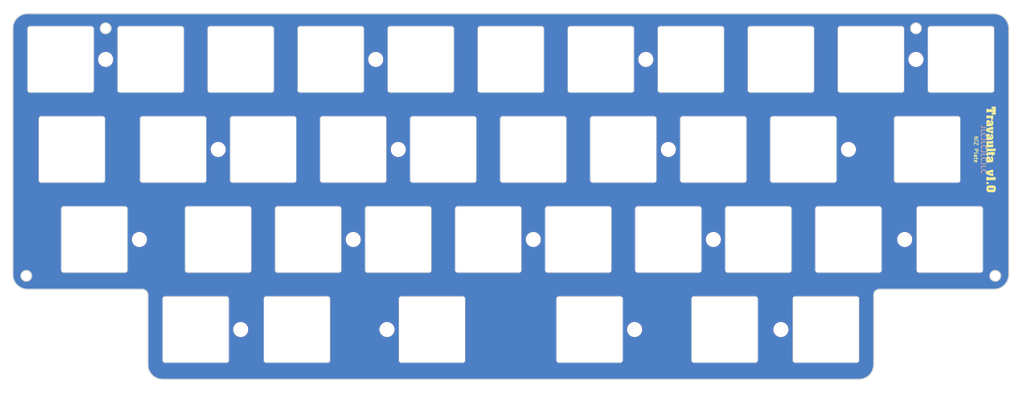
<source format=kicad_pcb>
(kicad_pcb (version 20221018) (generator pcbnew)
  (layers (0 "F.Cu" signal) (31 "B.Cu" signal) (34 "B.Paste" user) (35 "F.Paste" user) (36 "B.SilkS" user "B.Silkscreen") (37 "F.SilkS" user "F.Silkscreen") (38 "B.Mask" user) (39 "F.Mask" user) (44 "Edge.Cuts" user))
  (net 0 "")
  (footprint "cipulot_parts:plate_cut_ecs_pad_NIZ" (layer "F.Cu") (at 192.0875 76.2)
    (fp_text reference "REF**")
    (fp_text value "Value " hide)
    (fp_line (start -7 -6.5) (end -7 6.5) (stroke (width 0.1)) (layer "Edge.Cuts"))
    (fp_line (start -6.5 -7) (end 6.5 -7) (stroke (width 0.1)) (layer "Edge.Cuts"))
    (fp_line (start -6.5 7) (end 6.5 7) (stroke (width 0.1)) (layer "Edge.Cuts"))
    (fp_line (start 7 -6.5) (end 7 6.5) (stroke (width 0.1)) (layer "Edge.Cuts"))
    (fp_arc (start -7 -6.5) (mid -6.853553 -6.853553) (end -6.5 -7) (stroke (width 0.1)) (layer "Edge.Cuts"))
    (fp_arc (start -6.5 7) (mid -6.853526 6.853526) (end -7 6.5) (stroke (width 0.1)) (layer "Edge.Cuts"))
    (fp_arc (start 6.5 -7) (mid 6.853524 -6.853524) (end 7 -6.5) (stroke (width 0.1)) (layer "Edge.Cuts"))
    (fp_arc (start 7 6.5) (mid 6.853553 6.853553) (end 6.5 7) (stroke (width 0.1)) (layer "Edge.Cuts"))
  )
  (footprint "cipulot_parts:plate_cut_ecs_pad_NIZ" (layer "F.Cu") (at 125.4125 95.25)
    (fp_text reference "REF**")
    (fp_text value "Value " hide)
    (fp_line (start -7 -6.5) (end -7 6.5) (stroke (width 0.1)) (layer "Edge.Cuts"))
    (fp_line (start -6.5 -7) (end 6.5 -7) (stroke (width 0.1)) (layer "Edge.Cuts"))
    (fp_line (start -6.5 7) (end 6.5 7) (stroke (width 0.1)) (layer "Edge.Cuts"))
    (fp_line (start 7 -6.5) (end 7 6.5) (stroke (width 0.1)) (layer "Edge.Cuts"))
    (fp_arc (start -7 -6.5) (mid -6.853553 -6.853553) (end -6.5 -7) (stroke (width 0.1)) (layer "Edge.Cuts"))
    (fp_arc (start -6.5 7) (mid -6.853526 6.853526) (end -7 6.5) (stroke (width 0.1)) (layer "Edge.Cuts"))
    (fp_arc (start 6.5 -7) (mid 6.853524 -6.853524) (end 7 -6.5) (stroke (width 0.1)) (layer "Edge.Cuts"))
    (fp_arc (start 7 6.5) (mid 6.853553 6.853553) (end 6.5 7) (stroke (width 0.1)) (layer "Edge.Cuts"))
  )
  (footprint "cipulot_parts:HOLE_M2" (layer "F.Cu") (at 115.8875 95.25)
    (fp_text reference "H5" hide)
    (fp_text value "MountingHole" hide)
    (pad "" np_thru_hole circle (at 0 0) (size 2.2 2.2) (drill 2.2) (layers "*.Cu" "*.Mask" "F.SilkS") (clearance 0.5))
  )
  (footprint "cipulot_parts:plate_cut_ecs_pad_NIZ" (layer "F.Cu") (at 187.325 57.15)
    (fp_text reference "REF**")
    (fp_text value "Value " hide)
    (fp_line (start -7 -6.5) (end -7 6.5) (stroke (width 0.1)) (layer "Edge.Cuts"))
    (fp_line (start -6.5 -7) (end 6.5 -7) (stroke (width 0.1)) (layer "Edge.Cuts"))
    (fp_line (start -6.5 7) (end 6.5 7) (stroke (width 0.1)) (layer "Edge.Cuts"))
    (fp_line (start 7 -6.5) (end 7 6.5) (stroke (width 0.1)) (layer "Edge.Cuts"))
    (fp_arc (start -7 -6.5) (mid -6.853553 -6.853553) (end -6.5 -7) (stroke (width 0.1)) (layer "Edge.Cuts"))
    (fp_arc (start -6.5 7) (mid -6.853526 6.853526) (end -7 6.5) (stroke (width 0.1)) (layer "Edge.Cuts"))
    (fp_arc (start 6.5 -7) (mid 6.853524 -6.853524) (end 7 -6.5) (stroke (width 0.1)) (layer "Edge.Cuts"))
    (fp_arc (start 7 6.5) (mid 6.853553 6.853553) (end 6.5 7) (stroke (width 0.1)) (layer "Edge.Cuts"))
  )
  (footprint "cipulot_parts:HOLE_M2" (layer "F.Cu") (at 220.6625 76.2)
    (fp_text reference "H8" hide)
    (fp_text value "MountingHole" hide)
    (pad "" np_thru_hole circle (at 0 0) (size 2.2 2.2) (drill 2.2) (layers "F&B.Cu" "*.Mask" "F.SilkS") (clearance 0.5))
  )
  (footprint "cipulot_parts:HOLE_M2" (layer "F.Cu") (at 120.65 57.15)
    (fp_text reference "H2" hide)
    (fp_text value "MountingHole" hide)
    (pad "" np_thru_hole circle (at 0 0) (size 2.2 2.2) (drill 2.2) (layers "F&B.Cu" "*.Mask" "F.SilkS") (clearance 0.5))
  )
  (footprint "cipulot_parts:plate_cut_ecs_pad_NIZ" (layer "F.Cu") (at 134.9375 76.2)
    (fp_text reference "REF**")
    (fp_text value "Value " hide)
    (fp_line (start -7 -6.5) (end -7 6.5) (stroke (width 0.1)) (layer "Edge.Cuts"))
    (fp_line (start -6.5 -7) (end 6.5 -7) (stroke (width 0.1)) (layer "Edge.Cuts"))
    (fp_line (start -6.5 7) (end 6.5 7) (stroke (width 0.1)) (layer "Edge.Cuts"))
    (fp_line (start 7 -6.5) (end 7 6.5) (stroke (width 0.1)) (layer "Edge.Cuts"))
    (fp_arc (start -7 -6.5) (mid -6.853553 -6.853553) (end -6.5 -7) (stroke (width 0.1)) (layer "Edge.Cuts"))
    (fp_arc (start -6.5 7) (mid -6.853526 6.853526) (end -7 6.5) (stroke (width 0.1)) (layer "Edge.Cuts"))
    (fp_arc (start 6.5 -7) (mid 6.853524 -6.853524) (end 7 -6.5) (stroke (width 0.1)) (layer "Edge.Cuts"))
    (fp_arc (start 7 6.5) (mid 6.853553 6.853553) (end 6.5 7) (stroke (width 0.1)) (layer "Edge.Cuts"))
  )
  (footprint "cipulot_parts:plate_cut_ecs_pad_NIZ" (layer "F.Cu") (at 96.8375 76.2)
    (fp_text reference "REF**")
    (fp_text value "Value " hide)
    (fp_line (start -7 -6.5) (end -7 6.5) (stroke (width 0.1)) (layer "Edge.Cuts"))
    (fp_line (start -6.5 -7) (end 6.5 -7) (stroke (width 0.1)) (layer "Edge.Cuts"))
    (fp_line (start -6.5 7) (end 6.5 7) (stroke (width 0.1)) (layer "Edge.Cuts"))
    (fp_line (start 7 -6.5) (end 7 6.5) (stroke (width 0.1)) (layer "Edge.Cuts"))
    (fp_arc (start -7 -6.5) (mid -6.853553 -6.853553) (end -6.5 -7) (stroke (width 0.1)) (layer "Edge.Cuts"))
    (fp_arc (start -6.5 7) (mid -6.853526 6.853526) (end -7 6.5) (stroke (width 0.1)) (layer "Edge.Cuts"))
    (fp_arc (start 6.5 -7) (mid 6.853524 -6.853524) (end 7 -6.5) (stroke (width 0.1)) (layer "Edge.Cuts"))
    (fp_arc (start 7 6.5) (mid 6.853553 6.853553) (end 6.5 7) (stroke (width 0.1)) (layer "Edge.Cuts"))
  )
  (footprint "cipulot_parts:plate_cut_ecs_pad_NIZ" (layer "F.Cu") (at 115.8875 76.2)
    (fp_text reference "REF**")
    (fp_text value "Value " hide)
    (fp_line (start -7 -6.5) (end -7 6.5) (stroke (width 0.1)) (layer "Edge.Cuts"))
    (fp_line (start -6.5 -7) (end 6.5 -7) (stroke (width 0.1)) (layer "Edge.Cuts"))
    (fp_line (start -6.5 7) (end 6.5 7) (stroke (width 0.1)) (layer "Edge.Cuts"))
    (fp_line (start 7 -6.5) (end 7 6.5) (stroke (width 0.1)) (layer "Edge.Cuts"))
    (fp_arc (start -7 -6.5) (mid -6.853553 -6.853553) (end -6.5 -7) (stroke (width 0.1)) (layer "Edge.Cuts"))
    (fp_arc (start -6.5 7) (mid -6.853526 6.853526) (end -7 6.5) (stroke (width 0.1)) (layer "Edge.Cuts"))
    (fp_arc (start 6.5 -7) (mid 6.853524 -6.853524) (end 7 -6.5) (stroke (width 0.1)) (layer "Edge.Cuts"))
    (fp_arc (start 7 6.5) (mid 6.853553 6.853553) (end 6.5 7) (stroke (width 0.1)) (layer "Edge.Cuts"))
  )
  (footprint "cipulot_parts:HOLE_M2" (layer "F.Cu") (at 232.56875 95.25)
    (fp_text reference "H13" hide)
    (fp_text value "MountingHole" hide)
    (pad "" np_thru_hole circle (at 0 0) (size 2.2 2.2) (drill 2.2) (layers "F&B.Cu" "*.Mask" "F.SilkS") (clearance 0.5))
  )
  (footprint "" (layer "F.Cu") (at 175.41875 114.3)
    (fp_text reference "" (at 0 0) (layer "F.SilkS") (effects (font (size 1.27 1.27))))
    (fp_text value "" (at 0 0) (layer "F.SilkS") (effects (font (size 1.27 1.27))))
    (pad "" np_thru_hole circle (at 0 0) (size 2.2 2.2) (drill 2.2) (layers "*.Cu" "*.Mask" "F.SilkS") (clearance 0.5))
  )
  (footprint "cipulot_parts:HOLE_M2" (layer "F.Cu") (at 115.8875 95.25)
    (fp_text reference "H10" hide)
    (fp_text value "MountingHole" hide)
    (pad "" np_thru_hole circle (at 0 0) (size 2.2 2.2) (drill 2.2) (layers "F&B.Cu" "*.Mask" "F.SilkS") (clearance 0.5))
  )
  (footprint "" (layer "F.Cu") (at 70.64375 95.25)
    (fp_text reference "" (at 0 0) (layer "F.SilkS") (effects (font (size 1.27 1.27))))
    (fp_text value "" (at 0 0) (layer "F.SilkS") (effects (font (size 1.27 1.27))))
    (pad "" np_thru_hole circle (at 0 0) (size 2.2 2.2) (drill 2.2) (layers "*.Cu" "*.Mask" "F.SilkS") (clearance 0.5))
  )
  (footprint "cipulot_parts:plate_cut_ecs_pad_NIZ" (layer "F.Cu") (at 194.47 114.3)
    (fp_text reference "REF**")
    (fp_text value "Value " hide)
    (fp_line (start -7 -6.5) (end -7 6.5) (stroke (width 0.1)) (layer "Edge.Cuts"))
    (fp_line (start -6.5 -7) (end 6.5 -7) (stroke (width 0.1)) (layer "Edge.Cuts"))
    (fp_line (start -6.5 7) (end 6.5 7) (stroke (width 0.1)) (layer "Edge.Cuts"))
    (fp_line (start 7 -6.5) (end 7 6.5) (stroke (width 0.1)) (layer "Edge.Cuts"))
    (fp_arc (start -7 -6.5) (mid -6.853553 -6.853553) (end -6.5 -7) (stroke (width 0.1)) (layer "Edge.Cuts"))
    (fp_arc (start -6.5 7) (mid -6.853526 6.853526) (end -7 6.5) (stroke (width 0.1)) (layer "Edge.Cuts"))
    (fp_arc (start 6.5 -7) (mid 6.853524 -6.853524) (end 7 -6.5) (stroke (width 0.1)) (layer "Edge.Cuts"))
    (fp_arc (start 7 6.5) (mid 6.853553 6.853553) (end 6.5 7) (stroke (width 0.1)) (layer "Edge.Cuts"))
  )
  (footprint "cipulot_parts:plate_cut_ecs_pad_NIZ" (layer "F.Cu") (at 165.892 114.3)
    (fp_text reference "REF**" hide)
    (fp_text value "Value " hide)
    (fp_line (start -7 -6.5) (end -7 6.5) (stroke (width 0.1)) (layer "Edge.Cuts"))
    (fp_line (start -6.5 -7) (end 6.5 -7) (stroke (width 0.1)) (layer "Edge.Cuts"))
    (fp_line (start -6.5 7) (end 6.5 7) (stroke (width 0.1)) (layer "Edge.Cuts"))
    (fp_line (start 7 -6.5) (end 7 6.5) (stroke (width 0.1)) (layer "Edge.Cuts"))
    (fp_arc (start -7 -6.5) (mid -6.853553 -6.853553) (end -6.5 -7) (stroke (width 0.1)) (layer "Edge.Cuts"))
    (fp_arc (start -6.5 7) (mid -6.853526 6.853526) (end -7 6.5) (stroke (width 0.1)) (layer "Edge.Cuts"))
    (fp_arc (start 6.5 -7) (mid 6.853524 -6.853524) (end 7 -6.5) (stroke (width 0.1)) (layer "Edge.Cuts"))
    (fp_arc (start 7 6.5) (mid 6.853553 6.853553) (end 6.5 7) (stroke (width 0.1)) (layer "Edge.Cuts"))
  )
  (footprint "cipulot_parts:HOLE_M2" (layer "F.Cu") (at 206.375 114.3)
    (fp_text reference "H17" hide)
    (fp_text value "MountingHole" hide)
    (pad "" np_thru_hole circle (at 0 0) (size 2.2 2.2) (drill 2.2) (layers "F&B.Cu" "*.Mask" "F.SilkS") (clearance 0.5))
  )
  (footprint "cipulot_parts:plate_cut_ecs_pad_NIZ" (layer "F.Cu") (at 77.7875 76.2)
    (fp_text reference "REF**")
    (fp_text value "Value " hide)
    (fp_line (start -7 -6.5) (end -7 6.5) (stroke (width 0.1)) (layer "Edge.Cuts"))
    (fp_line (start -6.5 -7) (end 6.5 -7) (stroke (width 0.1)) (layer "Edge.Cuts"))
    (fp_line (start -6.5 7) (end 6.5 7) (stroke (width 0.1)) (layer "Edge.Cuts"))
    (fp_line (start 7 -6.5) (end 7 6.5) (stroke (width 0.1)) (layer "Edge.Cuts"))
    (fp_arc (start -7 -6.5) (mid -6.853553 -6.853553) (end -6.5 -7) (stroke (width 0.1)) (layer "Edge.Cuts"))
    (fp_arc (start -6.5 7) (mid -6.853526 6.853526) (end -7 6.5) (stroke (width 0.1)) (layer "Edge.Cuts"))
    (fp_arc (start 6.5 -7) (mid 6.853524 -6.853524) (end 7 -6.5) (stroke (width 0.1)) (layer "Edge.Cuts"))
    (fp_arc (start 7 6.5) (mid 6.853553 6.853553) (end 6.5 7) (stroke (width 0.1)) (layer "Edge.Cuts"))
  )
  (footprint "cipulot_parts:HOLE_M2" (layer "F.Cu") (at 182.5625 76.2)
    (fp_text reference "H7" hide)
    (fp_text value "MountingHole" hide)
    (pad "" np_thru_hole circle (at 0 0) (size 2.2 2.2) (drill 2.2) (layers "F&B.Cu" "*.Mask" "F.SilkS") (clearance 0.5))
  )
  (footprint "" (layer "F.Cu") (at 92.075 114.3)
    (fp_text reference "" (at 0 0) (layer "F.SilkS") (effects (font (size 1.27 1.27))))
    (fp_text value "" (at 0 0) (layer "F.SilkS") (effects (font (size 1.27 1.27))))
    (pad "" np_thru_hole circle (at 0 0) (size 2.2 2.2) (drill 2.2) (layers "*.Cu" "*.Mask" "F.SilkS") (clearance 0.5))
  )
  (footprint "" (layer "F.Cu") (at 206.375 114.3)
    (fp_text reference "" (at 0 0) (layer "F.SilkS") (effects (font (size 1.27 1.27))))
    (fp_text value "" (at 0 0) (layer "F.SilkS") (effects (font (size 1.27 1.27))))
    (pad "" np_thru_hole circle (at 0 0) (size 2.2 2.2) (drill 2.2) (layers "*.Cu" "*.Mask" "F.SilkS") (clearance 0.5))
  )
  (footprint "cipulot_parts:HOLE_M2" (layer "F.Cu") (at 192.0875 95.25)
    (fp_text reference "H12" hide)
    (fp_text value "MountingHole" hide)
    (pad "" np_thru_hole circle (at 0 0) (size 2.2 2.2) (drill 2.2) (layers "F&B.Cu" "*.Mask" "F.SilkS") (clearance 0.5))
  )
  (footprint "cipulot_parts:plate_cut_ecs_pad_NIZ" (layer "F.Cu") (at 132.555 114.3)
    (fp_text reference "REF**")
    (fp_text value "Value " hide)
    (fp_line (start -7 -6.5) (end -7 6.5) (stroke (width 0.1)) (layer "Edge.Cuts"))
    (fp_line (start -6.5 -7) (end 6.5 -7) (stroke (width 0.1)) (layer "Edge.Cuts"))
    (fp_line (start -6.5 7) (end 6.5 7) (stroke (width 0.1)) (layer "Edge.Cuts"))
    (fp_line (start 7 -6.5) (end 7 6.5) (stroke (width 0.1)) (layer "Edge.Cuts"))
    (fp_arc (start -7 -6.5) (mid -6.853553 -6.853553) (end -6.5 -7) (stroke (width 0.1)) (layer "Edge.Cuts"))
    (fp_arc (start -6.5 7) (mid -6.853526 6.853526) (end -7 6.5) (stroke (width 0.1)) (layer "Edge.Cuts"))
    (fp_arc (start 6.5 -7) (mid 6.853524 -6.853524) (end 7 -6.5) (stroke (width 0.1)) (layer "Edge.Cuts"))
    (fp_arc (start 7 6.5) (mid 6.853553 6.853553) (end 6.5 7) (stroke (width 0.1)) (layer "Edge.Cuts"))
  )
  (footprint "cipulot_parts:plate_cut_ecs_pad_NIZ" (layer "F.Cu") (at 163.5125 95.25)
    (fp_text reference "REF**")
    (fp_text value "Value " hide)
    (fp_line (start -7 -6.5) (end -7 6.5) (stroke (width 0.1)) (layer "Edge.Cuts"))
    (fp_line (start -6.5 -7) (end 6.5 -7) (stroke (width 0.1)) (layer "Edge.Cuts"))
    (fp_line (start -6.5 7) (end 6.5 7) (stroke (width 0.1)) (layer "Edge.Cuts"))
    (fp_line (start 7 -6.5) (end 7 6.5) (stroke (width 0.1)) (layer "Edge.Cuts"))
    (fp_arc (start -7 -6.5) (mid -6.853553 -6.853553) (end -6.5 -7) (stroke (width 0.1)) (layer "Edge.Cuts"))
    (fp_arc (start -6.5 7) (mid -6.853526 6.853526) (end -7 6.5) (stroke (width 0.1)) (layer "Edge.Cuts"))
    (fp_arc (start 6.5 -7) (mid 6.853524 -6.853524) (end 7 -6.5) (stroke (width 0.1)) (layer "Edge.Cuts"))
    (fp_arc (start 7 6.5) (mid 6.853553 6.853553) (end 6.5 7) (stroke (width 0.1)) (layer "Edge.Cuts"))
  )
  (footprint "cipulot_parts:plate_cut_ecs_pad_NIZ" (layer "F.Cu") (at 82.55 114.3)
    (fp_text reference "REF**")
    (fp_text value "Value " hide)
    (fp_line (start -7 -6.5) (end -7 6.5) (stroke (width 0.1)) (layer "Edge.Cuts"))
    (fp_line (start -6.5 -7) (end 6.5 -7) (stroke (width 0.1)) (layer "Edge.Cuts"))
    (fp_line (start -6.5 7) (end 6.5 7) (stroke (width 0.1)) (layer "Edge.Cuts"))
    (fp_line (start 7 -6.5) (end 7 6.5) (stroke (width 0.1)) (layer "Edge.Cuts"))
    (fp_arc (start -7 -6.5) (mid -6.853553 -6.853553) (end -6.5 -7) (stroke (width 0.1)) (layer "Edge.Cuts"))
    (fp_arc (start -6.5 7) (mid -6.853526 6.853526) (end -7 6.5) (stroke (width 0.1)) (layer "Edge.Cuts"))
    (fp_arc (start 6.5 -7) (mid 6.853524 -6.853524) (end 7 -6.5) (stroke (width 0.1)) (layer "Edge.Cuts"))
    (fp_arc (start 7 6.5) (mid 6.853553 6.853553) (end 6.5 7) (stroke (width 0.1)) (layer "Edge.Cuts"))
  )
  (footprint "cipulot_parts:plate_cut_ecs_pad_NIZ" (layer "F.Cu") (at 153.9875 76.2)
    (fp_text reference "REF**")
    (fp_text value "Value " hide)
    (fp_line (start -7 -6.5) (end -7 6.5) (stroke (width 0.1)) (layer "Edge.Cuts"))
    (fp_line (start -6.5 -7) (end 6.5 -7) (stroke (width 0.1)) (layer "Edge.Cuts"))
    (fp_line (start -6.5 7) (end 6.5 7) (stroke (width 0.1)) (layer "Edge.Cuts"))
    (fp_line (start 7 -6.5) (end 7 6.5) (stroke (width 0.1)) (layer "Edge.Cuts"))
    (fp_arc (start -7 -6.5) (mid -6.853553 -6.853553) (end -6.5 -7) (stroke (width 0.1)) (layer "Edge.Cuts"))
    (fp_arc (start -6.5 7) (mid -6.853526 6.853526) (end -7 6.5) (stroke (width 0.1)) (layer "Edge.Cuts"))
    (fp_arc (start 6.5 -7) (mid 6.853524 -6.853524) (end 7 -6.5) (stroke (width 0.1)) (layer "Edge.Cuts"))
    (fp_arc (start 7 6.5) (mid 6.853553 6.853553) (end 6.5 7) (stroke (width 0.1)) (layer "Edge.Cuts"))
  )
  (footprint "cipulot_parts:HOLE_M2" (layer "F.Cu") (at 234.95 57.15)
    (fp_text reference "H4" hide)
    (fp_text value "MountingHole" hide)
    (pad "" np_thru_hole circle (at 0 0) (size 2.2 2.2) (drill 2.2) (layers "F&B.Cu" "*.Mask" "F.SilkS") (clearance 0.5))
  )
  (footprint "cipulot_parts:plate_cut_ecs_pad_NIZ" (layer "F.Cu") (at 225.425 57.15)
    (fp_text reference "REF**")
    (fp_text value "Value " hide)
    (fp_line (start -7 -6.5) (end -7 6.5) (stroke (width 0.1)) (layer "Edge.Cuts"))
    (fp_line (start -6.5 -7) (end 6.5 -7) (stroke (width 0.1)) (layer "Edge.Cuts"))
    (fp_line (start -6.5 7) (end 6.5 7) (stroke (width 0.1)) (layer "Edge.Cuts"))
    (fp_line (start 7 -6.5) (end 7 6.5) (stroke (width 0.1)) (layer "Edge.Cuts"))
    (fp_arc (start -7 -6.5) (mid -6.853553 -6.853553) (end -6.5 -7) (stroke (width 0.1)) (layer "Edge.Cuts"))
    (fp_arc (start -6.5 7) (mid -6.853526 6.853526) (end -7 6.5) (stroke (width 0.1)) (layer "Edge.Cuts"))
    (fp_arc (start 6.5 -7) (mid 6.853524 -6.853524) (end 7 -6.5) (stroke (width 0.1)) (layer "Edge.Cuts"))
    (fp_arc (start 7 6.5) (mid 6.853553 6.853553) (end 6.5 7) (stroke (width 0.1)) (layer "Edge.Cuts"))
  )
  (footprint "cipulot_parts:plate_cut_ecs_pad_NIZ" (layer "F.Cu") (at 61.12 95.25)
    (fp_text reference "REF**")
    (fp_text value "Value " hide)
    (fp_line (start -7 -6.5) (end -7 6.5) (stroke (width 0.1)) (layer "Edge.Cuts"))
    (fp_line (start -6.5 -7) (end 6.5 -7) (stroke (width 0.1)) (layer "Edge.Cuts"))
    (fp_line (start -6.5 7) (end 6.5 7) (stroke (width 0.1)) (layer "Edge.Cuts"))
    (fp_line (start 7 -6.5) (end 7 6.5) (stroke (width 0.1)) (layer "Edge.Cuts"))
    (fp_arc (start -7 -6.5) (mid -6.853553 -6.853553) (end -6.5 -7) (stroke (width 0.1)) (layer "Edge.Cuts"))
    (fp_arc (start -6.5 7) (mid -6.853526 6.853526) (end -7 6.5) (stroke (width 0.1)) (layer "Edge.Cuts"))
    (fp_arc (start 6.5 -7) (mid 6.853524 -6.853524) (end 7 -6.5) (stroke (width 0.1)) (layer "Edge.Cuts"))
    (fp_arc (start 7 6.5) (mid 6.853553 6.853553) (end 6.5 7) (stroke (width 0.1)) (layer "Edge.Cuts"))
  )
  (footprint "cipulot_parts:plate_cut_ecs_pad_NIZ" (layer "F.Cu") (at 168.275 57.15)
    (fp_text reference "REF**")
    (fp_text value "Value " hide)
    (fp_line (start -7 -6.5) (end -7 6.5) (stroke (width 0.1)) (layer "Edge.Cuts"))
    (fp_line (start -6.5 -7) (end 6.5 -7) (stroke (width 0.1)) (layer "Edge.Cuts"))
    (fp_line (start -6.5 7) (end 6.5 7) (stroke (width 0.1)) (layer "Edge.Cuts"))
    (fp_line (start 7 -6.5) (end 7 6.5) (stroke (width 0.1)) (layer "Edge.Cuts"))
    (fp_arc (start -7 -6.5) (mid -6.853553 -6.853553) (end -6.5 -7) (stroke (width 0.1)) (layer "Edge.Cuts"))
    (fp_arc (start -6.5 7) (mid -6.853526 6.853526) (end -7 6.5) (stroke (width 0.1)) (layer "Edge.Cuts"))
    (fp_arc (start 6.5 -7) (mid 6.853524 -6.853524) (end 7 -6.5) (stroke (width 0.1)) (layer "Edge.Cuts"))
    (fp_arc (start 7 6.5) (mid 6.853553 6.853553) (end 6.5 7) (stroke (width 0.1)) (layer "Edge.Cuts"))
  )
  (footprint "cipulot_parts:HOLE_M2" (layer "F.Cu") (at 87.3125 76.2)
    (fp_text reference "H5" hide)
    (fp_text value "MountingHole" hide)
    (pad "" np_thru_hole circle (at 0 0) (size 2.2 2.2) (drill 2.2) (layers "F&B.Cu" "*.Mask" "F.SilkS") (clearance 0.5))
  )
  (footprint "" (layer "F.Cu") (at 177.8 57.15)
    (fp_text reference "" (at 0 0) (layer "F.SilkS") (effects (font (size 1.27 1.27))))
    (fp_text value "" (at 0 0) (layer "F.SilkS") (effects (font (size 1.27 1.27))))
    (pad "" np_thru_hole circle (at 0 0) (size 2.2 2.2) (drill 2.2) (layers "*.Cu" "*.Mask" "F.SilkS") (clearance 0.5))
  )
  (footprint "cipulot_parts:plate_cut_ecs_pad_NIZ" (layer "F.Cu") (at 201.6125 95.25)
    (fp_text reference "REF**")
    (fp_text value "Value " hide)
    (fp_line (start -7 -6.5) (end -7 6.5) (stroke (width 0.1)) (layer "Edge.Cuts"))
    (fp_line (start -6.5 -7) (end 6.5 -7) (stroke (width 0.1)) (layer "Edge.Cuts"))
    (fp_line (start -6.5 7) (end 6.5 7) (stroke (width 0.1)) (layer "Edge.Cuts"))
    (fp_line (start 7 -6.5) (end 7 6.5) (stroke (width 0.1)) (layer "Edge.Cuts"))
    (fp_arc (start -7 -6.5) (mid -6.853553 -6.853553) (end -6.5 -7) (stroke (width 0.1)) (layer "Edge.Cuts"))
    (fp_arc (start -6.5 7) (mid -6.853526 6.853526) (end -7 6.5) (stroke (width 0.1)) (layer "Edge.Cuts"))
    (fp_arc (start 6.5 -7) (mid 6.853524 -6.853524) (end 7 -6.5) (stroke (width 0.1)) (layer "Edge.Cuts"))
    (fp_arc (start 7 6.5) (mid 6.853553 6.853553) (end 6.5 7) (stroke (width 0.1)) (layer "Edge.Cuts"))
  )
  (footprint "cipulot_parts:plate_cut_ecs_pad_NIZ" (layer "F.Cu") (at 237.33 76.2)
    (fp_text reference "REF**")
    (fp_text value "Value " hide)
    (fp_line (start -7 -6.5) (end -7 6.5) (stroke (width 0.1)) (layer "Edge.Cuts"))
    (fp_line (start -6.5 -7) (end 6.5 -7) (stroke (width 0.1)) (layer "Edge.Cuts"))
    (fp_line (start -6.5 7) (end 6.5 7) (stroke (width 0.1)) (layer "Edge.Cuts"))
    (fp_line (start 7 -6.5) (end 7 6.5) (stroke (width 0.1)) (layer "Edge.Cuts"))
    (fp_arc (start -7 -6.5) (mid -6.853553 -6.853553) (end -6.5 -7) (stroke (width 0.1)) (layer "Edge.Cuts"))
    (fp_arc (start -6.5 7) (mid -6.853526 6.853526) (end -7 6.5) (stroke (width 0.1)) (layer "Edge.Cuts"))
    (fp_arc (start 6.5 -7) (mid 6.853524 -6.853524) (end 7 -6.5) (stroke (width 0.1)) (layer "Edge.Cuts"))
    (fp_arc (start 7 6.5) (mid 6.853553 6.853553) (end 6.5 7) (stroke (width 0.1)) (layer "Edge.Cuts"))
  )
  (footprint "cipulot_parts:plate_cut_ecs_pad_NIZ" (layer "F.Cu") (at 53.975 57.15)
    (fp_text reference "REF**")
    (fp_text value "Value " hide)
    (fp_line (start -7 -6.5) (end -7 6.5) (stroke (width 0.1)) (layer "Edge.Cuts"))
    (fp_line (start -6.5 -7) (end 6.5 -7) (stroke (width 0.1)) (layer "Edge.Cuts"))
    (fp_line (start -6.5 7) (end 6.5 7) (stroke (width 0.1)) (layer "Edge.Cuts"))
    (fp_line (start 7 -6.5) (end 7 6.5) (stroke (width 0.1)) (layer "Edge.Cuts"))
    (fp_arc (start -7 -6.5) (mid -6.853553 -6.853553) (end -6.5 -7) (stroke (width 0.1)) (layer "Edge.Cuts"))
    (fp_arc (start -6.5 7) (mid -6.853526 6.853526) (end -7 6.5) (stroke (width 0.1)) (layer "Edge.Cuts"))
    (fp_arc (start 6.5 -7) (mid 6.853524 -6.853524) (end 7 -6.5) (stroke (width 0.1)) (layer "Edge.Cuts"))
    (fp_arc (start 7 6.5) (mid 6.853553 6.853553) (end 6.5 7) (stroke (width 0.1)) (layer "Edge.Cuts"))
  )
  (footprint "" (layer "F.Cu") (at 123.03125 114.3)
    (fp_text reference "" (at 0 0) (layer "F.SilkS") (effects (font (size 1.27 1.27))))
    (fp_text value "" (at 0 0) (layer "F.SilkS") (effects (font (size 1.27 1.27))))
    (pad "" np_thru_hole circle (at 0 0) (size 2.2 2.2) (drill 2.2) (layers "*.Cu" "*.Mask" "F.SilkS") (clearance 0.5))
  )
  (footprint "cipulot_parts:HOLE_M2" (layer "F.Cu") (at 125.4125 76.2)
    (fp_text reference "H6" hide)
    (fp_text value "MountingHole" hide)
    (pad "" np_thru_hole circle (at 0 0) (size 2.2 2.2) (drill 2.2) (layers "F&B.Cu" "*.Mask" "F.SilkS") (clearance 0.5))
  )
  (footprint "cipulot_parts:plate_cut_ecs_pad_NIZ" (layer "F.Cu") (at 220.6625 95.25)
    (fp_text reference "REF**")
    (fp_text value "Value " hide)
    (fp_line (start -7 -6.5) (end -7 6.5) (stroke (width 0.1)) (layer "Edge.Cuts"))
    (fp_line (start -6.5 -7) (end 6.5 -7) (stroke (width 0.1)) (layer "Edge.Cuts"))
    (fp_line (start -6.5 7) (end 6.5 7) (stroke (width 0.1)) (layer "Edge.Cuts"))
    (fp_line (start 7 -6.5) (end 7 6.5) (stroke (width 0.1)) (layer "Edge.Cuts"))
    (fp_arc (start -7 -6.5) (mid -6.853553 -6.853553) (end -6.5 -7) (stroke (width 0.1)) (layer "Edge.Cuts"))
    (fp_arc (start -6.5 7) (mid -6.853526 6.853526) (end -7 6.5) (stroke (width 0.1)) (layer "Edge.Cuts"))
    (fp_arc (start 6.5 -7) (mid 6.853524 -6.853524) (end 7 -6.5) (stroke (width 0.1)) (layer "Edge.Cuts"))
    (fp_arc (start 7 6.5) (mid 6.853553 6.853553) (end 6.5 7) (stroke (width 0.1)) (layer "Edge.Cuts"))
  )
  (footprint "" (layer "F.Cu") (at 192.0875 95.25)
    (fp_text reference "" (at 0 0) (layer "F.SilkS") (effects (font (size 1.27 1.27))))
    (fp_text value "" (at 0 0) (layer "F.SilkS") (effects (font (size 1.27 1.27))))
    (pad "" np_thru_hole circle (at 0 0) (size 2.2 2.2) (drill 2.2) (layers "*.Cu" "*.Mask" "F.SilkS") (clearance 0.5))
  )
  (footprint "" (layer "F.Cu") (at 120.65 57.15)
    (fp_text reference "" (at 0 0) (layer "F.SilkS") (effects (font (size 1.27 1.27))))
    (fp_text value "" (at 0 0) (layer "F.SilkS") (effects (font (size 1.27 1.27))))
    (pad "" np_thru_hole circle (at 0 0) (size 2.2 2.2) (drill 2.2) (layers "*.Cu" "*.Mask" "F.SilkS") (clearance 0.5))
  )
  (footprint "cipulot_parts:plate_cut_ecs_pad_NIZ" (layer "F.Cu") (at 173.0375 76.2)
    (fp_text reference "REF**")
    (fp_text value "Value " hide)
    (fp_line (start -7 -6.5) (end -7 6.5) (stroke (width 0.1)) (layer "Edge.Cuts"))
    (fp_line (start -6.5 -7) (end 6.5 -7) (stroke (width 0.1)) (layer "Edge.Cuts"))
    (fp_line (start -6.5 7) (end 6.5 7) (stroke (width 0.1)) (layer "Edge.Cuts"))
    (fp_line (start 7 -6.5) (end 7 6.5) (stroke (width 0.1)) (layer "Edge.Cuts"))
    (fp_arc (start -7 -6.5) (mid -6.853553 -6.853553) (end -6.5 -7) (stroke (width 0.1)) (layer "Edge.Cuts"))
    (fp_arc (start -6.5 7) (mid -6.853526 6.853526) (end -7 6.5) (stroke (width 0.1)) (layer "Edge.Cuts"))
    (fp_arc (start 6.5 -7) (mid 6.853524 -6.853524) (end 7 -6.5) (stroke (width 0.1)) (layer "Edge.Cuts"))
    (fp_arc (start 7 6.5) (mid 6.853553 6.853553) (end 6.5 7) (stroke (width 0.1)) (layer "Edge.Cuts"))
  )
  (footprint "cipulot_parts:HOLE_M2" (layer "F.Cu") (at 92.075 114.3)
    (fp_text reference "H14" hide)
    (fp_text value "MountingHole" hide)
    (pad "" np_thru_hole circle (at 0 0) (size 2.2 2.2) (drill 2.2) (layers "F&B.Cu" "*.Mask" "F.SilkS") (clearance 0.5))
  )
  (footprint "" (layer "F.Cu") (at 220.6625 76.2)
    (fp_text reference "" (at 0 0) (layer "F.SilkS") (effects (font (size 1.27 1.27))))
    (fp_text value "" (at 0 0) (layer "F.SilkS") (effects (font (size 1.27 1.27))))
    (pad "" np_thru_hole circle (at 0 0) (size 2.2 2.2) (drill 2.2) (layers "*.Cu" "*.Mask" "F.SilkS") (clearance 0.5))
  )
  (footprint "" (layer "F.Cu") (at 63.5 57.15)
    (fp_text reference "" (at 0 0) (layer "F.SilkS") (effects (font (size 1.27 1.27))))
    (fp_text value "" (at 0 0) (layer "F.SilkS") (effects (font (size 1.27 1.27))))
    (pad "" np_thru_hole circle (at 0 0) (size 2.2 2.2) (drill 2.2) (layers "*.Cu" "*.Mask" "F.SilkS") (clearance 0.5))
  )
  (footprint "cipulot_parts:plate_cut_ecs_pad_NIZ" (layer "F.Cu") (at 215.9 114.3)
    (fp_text reference "REF**" hide)
    (fp_text value "Value " hide)
    (fp_line (start -7 -6.5) (end -7 6.5) (stroke (width 0.1)) (layer "Edge.Cuts"))
    (fp_line (start -6.5 -7) (end 6.5 -7) (stroke (width 0.1)) (layer "Edge.Cuts"))
    (fp_line (start -6.5 7) (end 6.5 7) (stroke (width 0.1)) (layer "Edge.Cuts"))
    (fp_line (start 7 -6.5) (end 7 6.5) (stroke (width 0.1)) (layer "Edge.Cuts"))
    (fp_arc (start -7 -6.5) (mid -6.853553 -6.853553) (end -6.5 -7) (stroke (width 0.1)) (layer "Edge.Cuts"))
    (fp_arc (start -6.5 7) (mid -6.853526 6.853526) (end -7 6.5) (stroke (width 0.1)) (layer "Edge.Cuts"))
    (fp_arc (start 6.5 -7) (mid 6.853524 -6.853524) (end 7 -6.5) (stroke (width 0.1)) (layer "Edge.Cuts"))
    (fp_arc (start 7 6.5) (mid 6.853553 6.853553) (end 6.5 7) (stroke (width 0.1)) (layer "Edge.Cuts"))
  )
  (footprint "cipulot_parts:plate_cut_ecs_pad_NIZ" (layer "F.Cu") (at 106.3625 95.25)
    (fp_text reference "REF**")
    (fp_text value "Value " hide)
    (fp_line (start -7 -6.5) (end -7 6.5) (stroke (width 0.1)) (layer "Edge.Cuts"))
    (fp_line (start -6.5 -7) (end 6.5 -7) (stroke (width 0.1)) (layer "Edge.Cuts"))
    (fp_line (start -6.5 7) (end 6.5 7) (stroke (width 0.1)) (layer "Edge.Cuts"))
    (fp_line (start 7 -6.5) (end 7 6.5) (stroke (width 0.1)) (layer "Edge.Cuts"))
    (fp_arc (start -7 -6.5) (mid -6.853553 -6.853553) (end -6.5 -7) (stroke (width 0.1)) (layer "Edge.Cuts"))
    (fp_arc (start -6.5 7) (mid -6.853526 6.853526) (end -7 6.5) (stroke (width 0.1)) (layer "Edge.Cuts"))
    (fp_arc (start 6.5 -7) (mid 6.853524 -6.853524) (end 7 -6.5) (stroke (width 0.1)) (layer "Edge.Cuts"))
    (fp_arc (start 7 6.5) (mid 6.853553 6.853553) (end 6.5 7) (stroke (width 0.1)) (layer "Edge.Cuts"))
  )
  (footprint "cipulot_parts:plate_cut_ecs_pad_NIZ" (layer "F.Cu") (at 111.125 57.15)
    (fp_text reference "REF**")
    (fp_text value "Value " hide)
    (fp_line (start -7 -6.5) (end -7 6.5) (stroke (width 0.1)) (layer "Edge.Cuts"))
    (fp_line (start -6.5 -7) (end 6.5 -7) (stroke (width 0.1)) (layer "Edge.Cuts"))
    (fp_line (start -6.5 7) (end 6.5 7) (stroke (width 0.1)) (layer "Edge.Cuts"))
    (fp_line (start 7 -6.5) (end 7 6.5) (stroke (width 0.1)) (layer "Edge.Cuts"))
    (fp_arc (start -7 -6.5) (mid -6.853553 -6.853553) (end -6.5 -7) (stroke (width 0.1)) (layer "Edge.Cuts"))
    (fp_arc (start -6.5 7) (mid -6.853526 6.853526) (end -7 6.5) (stroke (width 0.1)) (layer "Edge.Cuts"))
    (fp_arc (start 6.5 -7) (mid 6.853524 -6.853524) (end 7 -6.5) (stroke (width 0.1)) (layer "Edge.Cuts"))
    (fp_arc (start 7 6.5) (mid 6.853553 6.853553) (end 6.5 7) (stroke (width 0.1)) (layer "Edge.Cuts"))
  )
  (footprint "cipulot_parts:plate_cut_ecs_pad_NIZ" (layer "F.Cu") (at 242.095 95.25)
    (fp_text reference "REF**")
    (fp_text value "Value " hide)
    (fp_line (start -7 -6.5) (end -7 6.5) (stroke (width 0.1)) (layer "Edge.Cuts"))
    (fp_line (start -6.5 -7) (end 6.5 -7) (stroke (width 0.1)) (layer "Edge.Cuts"))
    (fp_line (start -6.5 7) (end 6.5 7) (stroke (width 0.1)) (layer "Edge.Cuts"))
    (fp_line (start 7 -6.5) (end 7 6.5) (stroke (width 0.1)) (layer "Edge.Cuts"))
    (fp_arc (start -7 -6.5) (mid -6.853553 -6.853553) (end -6.5 -7) (stroke (width 0.1)) (layer "Edge.Cuts"))
    (fp_arc (start -6.5 7) (mid -6.853526 6.853526) (end -7 6.5) (stroke (width 0.1)) (layer "Edge.Cuts"))
    (fp_arc (start 6.5 -7) (mid 6.853524 -6.853524) (end 7 -6.5) (stroke (width 0.1)) (layer "Edge.Cuts"))
    (fp_arc (start 7 6.5) (mid 6.853553 6.853553) (end 6.5 7) (stroke (width 0.1)) (layer "Edge.Cuts"))
  )
  (footprint "cipulot_parts:plate_cut_ecs_pad_NIZ" (layer "F.Cu") (at 182.5625 95.25)
    (fp_text reference "REF**")
    (fp_text value "Value " hide)
    (fp_line (start -7 -6.5) (end -7 6.5) (stroke (width 0.1)) (layer "Edge.Cuts"))
    (fp_line (start -6.5 -7) (end 6.5 -7) (stroke (width 0.1)) (layer "Edge.Cuts"))
    (fp_line (start -6.5 7) (end 6.5 7) (stroke (width 0.1)) (layer "Edge.Cuts"))
    (fp_line (start 7 -6.5) (end 7 6.5) (stroke (width 0.1)) (layer "Edge.Cuts"))
    (fp_arc (start -7 -6.5) (mid -6.853553 -6.853553) (end -6.5 -7) (stroke (width 0.1)) (layer "Edge.Cuts"))
    (fp_arc (start -6.5 7) (mid -6.853526 6.853526) (end -7 6.5) (stroke (width 0.1)) (layer "Edge.Cuts"))
    (fp_arc (start 6.5 -7) (mid 6.853524 -6.853524) (end 7 -6.5) (stroke (width 0.1)) (layer "Edge.Cuts"))
    (fp_arc (start 7 6.5) (mid 6.853553 6.853553) (end 6.5 7) (stroke (width 0.1)) (layer "Edge.Cuts"))
  )
  (footprint "cipulot_parts:plate_cut_ecs_pad_NIZ" (layer "F.Cu") (at 144.4625 95.25)
    (fp_text reference "REF**")
    (fp_text value "Value " hide)
    (fp_line (start -7 -6.5) (end -7 6.5) (stroke (width 0.1)) (layer "Edge.Cuts"))
    (fp_line (start -6.5 -7) (end 6.5 -7) (stroke (width 0.1)) (layer "Edge.Cuts"))
    (fp_line (start -6.5 7) (end 6.5 7) (stroke (width 0.1)) (layer "Edge.Cuts"))
    (fp_line (start 7 -6.5) (end 7 6.5) (stroke (width 0.1)) (layer "Edge.Cuts"))
    (fp_arc (start -7 -6.5) (mid -6.853553 -6.853553) (end -6.5 -7) (stroke (width 0.1)) (layer "Edge.Cuts"))
    (fp_arc (start -6.5 7) (mid -6.853526 6.853526) (end -7 6.5) (stroke (width 0.1)) (layer "Edge.Cuts"))
    (fp_arc (start 6.5 -7) (mid 6.853524 -6.853524) (end 7 -6.5) (stroke (width 0.1)) (layer "Edge.Cuts"))
    (fp_arc (start 7 6.5) (mid 6.853553 6.853553) (end 6.5 7) (stroke (width 0.1)) (layer "Edge.Cuts"))
  )
  (footprint "cipulot_parts:plate_cut_ecs_pad_NIZ" (layer "F.Cu") (at 56.358 76.2)
    (fp_text reference "REF**")
    (fp_text value "Value " hide)
    (fp_line (start -7 -6.5) (end -7 6.5) (stroke (width 0.1)) (layer "Edge.Cuts"))
    (fp_line (start -6.5 -7) (end 6.5 -7) (stroke (width 0.1)) (layer "Edge.Cuts"))
    (fp_line (start -6.5 7) (end 6.5 7) (stroke (width 0.1)) (layer "Edge.Cuts"))
    (fp_line (start 7 -6.5) (end 7 6.5) (stroke (width 0.1)) (layer "Edge.Cuts"))
    (fp_arc (start -7 -6.5) (mid -6.853553 -6.853553) (end -6.5 -7) (stroke (width 0.1)) (layer "Edge.Cuts"))
    (fp_arc (start -6.5 7) (mid -6.853526 6.853526) (end -7 6.5) (stroke (width 0.1)) (layer "Edge.Cuts"))
    (fp_arc (start 6.5 -7) (mid 6.853524 -6.853524) (end 7 -6.5) (stroke (width 0.1)) (layer "Edge.Cuts"))
    (fp_arc (start 7 6.5) (mid 6.853553 6.853553) (end 6.5 7) (stroke (width 0.1)) (layer "Edge.Cuts"))
  )
  (footprint "cipulot_parts:plate_cut_ecs_pad_NIZ" (layer "F.Cu") (at 73.025 57.15)
    (fp_text reference "REF**")
    (fp_text value "Value " hide)
    (fp_line (start -7 -6.5) (end -7 6.5) (stroke (width 0.1)) (layer "Edge.Cuts"))
    (fp_line (start -6.5 -7) (end 6.5 -7) (stroke (width 0.1)) (layer "Edge.Cuts"))
    (fp_line (start -6.5 7) (end 6.5 7) (stroke (width 0.1)) (layer "Edge.Cuts"))
    (fp_line (start 7 -6.5) (end 7 6.5) (stroke (width 0.1)) (layer "Edge.Cuts"))
    (fp_arc (start -7 -6.5) (mid -6.853553 -6.853553) (end -6.5 -7) (stroke (width 0.1)) (layer "Edge.Cuts"))
    (fp_arc (start -6.5 7) (mid -6.853526 6.853526) (end -7 6.5) (stroke (width 0.1)) (layer "Edge.Cuts"))
    (fp_arc (start 6.5 -7) (mid 6.853524 -6.853524) (end 7 -6.5) (stroke (width 0.1)) (layer "Edge.Cuts"))
    (fp_arc (start 7 6.5) (mid 6.853553 6.853553) (end 6.5 7) (stroke (width 0.1)) (layer "Edge.Cuts"))
  )
  (footprint "cipulot_parts:plate_cut_ecs_pad_NIZ" (layer "F.Cu") (at 149.225 57.15)
    (fp_text reference "REF**")
    (fp_text value "Value " hide)
    (fp_line (start -7 -6.5) (end -7 6.5) (stroke (width 0.1)) (layer "Edge.Cuts"))
    (fp_line (start -6.5 -7) (end 6.5 -7) (stroke (width 0.1)) (layer "Edge.Cuts"))
    (fp_line (start -6.5 7) (end 6.5 7) (stroke (width 0.1)) (layer "Edge.Cuts"))
    (fp_line (start 7 -6.5) (end 7 6.5) (stroke (width 0.1)) (layer "Edge.Cuts"))
    (fp_arc (start -7 -6.5) (mid -6.853553 -6.853553) (end -6.5 -7) (stroke (width 0.1)) (layer "Edge.Cuts"))
    (fp_arc (start -6.5 7) (mid -6.853526 6.853526) (end -7 6.5) (stroke (width 0.1)) (layer "Edge.Cuts"))
    (fp_arc (start 6.5 -7) (mid 6.853524 -6.853524) (end 7 -6.5) (stroke (width 0.1)) (layer "Edge.Cuts"))
    (fp_arc (start 7 6.5) (mid 6.853553 6.853553) (end 6.5 7) (stroke (width 0.1)) (layer "Edge.Cuts"))
  )
  (footprint "" (layer "F.Cu") (at 153.9875 95.25)
    (fp_text reference "" (at 0 0) (layer "F.SilkS") (effects (font (size 1.27 1.27))))
    (fp_text value "" (at 0 0) (layer "F.SilkS") (effects (font (size 1.27 1.27))))
    (pad "" np_thru_hole circle locked (at 0 0) (size 2.2 2.2) (drill 2.2) (layers "*.Cu" "*.Mask" "F.SilkS") (clearance 0.5))
  )
  (footprint "" (layer "F.Cu") (at 87.3125 76.2)
    (fp_text reference "" (at 0 0) (layer "F.SilkS") (effects (font (size 1.27 1.27))))
    (fp_text value "" (at 0 0) (layer "F.SilkS") (effects (font (size 1.27 1.27))))
    (pad "" np_thru_hole circle (at 0 0) (size 2.2 2.2) (drill 2.2) (layers "*.Cu" "*.Mask" "F.SilkS") (clearance 0.5))
  )
  (footprint "cipulot_parts:plate_cut_ecs_pad_NIZ" (layer "F.Cu") (at 130.175 57.15)
    (fp_text reference "REF**")
    (fp_text value "Value " hide)
    (fp_line (start -7 -6.5) (end -7 6.5) (stroke (width 0.1)) (layer "Edge.Cuts"))
    (fp_line (start -6.5 -7) (end 6.5 -7) (stroke (width 0.1)) (layer "Edge.Cuts"))
    (fp_line (start -6.5 7) (end 6.5 7) (stroke (width 0.1)) (layer "Edge.Cuts"))
    (fp_line (start 7 -6.5) (end 7 6.5) (stroke (width 0.1)) (layer "Edge.Cuts"))
    (fp_arc (start -7 -6.5) (mid -6.853553 -6.853553) (end -6.5 -7) (stroke (width 0.1)) (layer "Edge.Cuts"))
    (fp_arc (start -6.5 7) (mid -6.853526 6.853526) (end -7 6.5) (stroke (width 0.1)) (layer "Edge.Cuts"))
    (fp_arc (start 6.5 -7) (mid 6.853524 -6.853524) (end 7 -6.5) (stroke (width 0.1)) (layer "Edge.Cuts"))
    (fp_arc (start 7 6.5) (mid 6.853553 6.853553) (end 6.5 7) (stroke (width 0.1)) (layer "Edge.Cuts"))
  )
  (footprint "LOGO" (layer "F.Cu") (at 250.825 76.2 -90)
    (fp_text reference "G***" hide)
    (fp_text value "LOGO" hide)
  )
  (footprint "cipulot_parts:plate_cut_ecs_pad_NIZ" (layer "F.Cu") (at 87.3125 95.25)
    (fp_text reference "REF**")
    (fp_text value "Value " hide)
    (fp_line (start -7 -6.5) (end -7 6.5) (stroke (width 0.1)) (layer "Edge.Cuts"))
    (fp_line (start -6.5 -7) (end 6.5 -7) (stroke (width 0.1)) (layer "Edge.Cuts"))
    (fp_line (start -6.5 7) (end 6.5 7) (stroke (width 0.1)) (layer "Edge.Cuts"))
    (fp_line (start 7 -6.5) (end 7 6.5) (stroke (width 0.1)) (layer "Edge.Cuts"))
    (fp_arc (start -7 -6.5) (mid -6.853553 -6.853553) (end -6.5 -7) (stroke (width 0.1)) (layer "Edge.Cuts"))
    (fp_arc (start -6.5 7) (mid -6.853526 6.853526) (end -7 6.5) (stroke (width 0.1)) (layer "Edge.Cuts"))
    (fp_arc (start 6.5 -7) (mid 6.853524 -6.853524) (end 7 -6.5) (stroke (width 0.1)) (layer "Edge.Cuts"))
    (fp_arc (start 7 6.5) (mid 6.853553 6.853553) (end 6.5 7) (stroke (width 0.1)) (layer "Edge.Cuts"))
  )
  (footprint "cipulot_parts:HOLE_M2" (layer "F.Cu") (at 153.9875 95.25)
    (fp_text reference "H11" hide)
    (fp_text value "MountingHole" hide)
    (pad "" np_thru_hole circle (at 0 0) (size 2.2 2.2) (drill 2.2) (layers "F&B.Cu" "*.Mask" "F.SilkS") (clearance 0.5))
  )
  (footprint "cipulot_parts:plate_cut_ecs_pad_NIZ" (layer "F.Cu") (at 244.475 57.15)
    (fp_text reference "REF**")
    (fp_text value "Value " hide)
    (fp_line (start -7 -6.5) (end -7 6.5) (stroke (width 0.1)) (layer "Edge.Cuts"))
    (fp_line (start -6.5 -7) (end 6.5 -7) (stroke (width 0.1)) (layer "Edge.Cuts"))
    (fp_line (start -6.5 7) (end 6.5 7) (stroke (width 0.1)) (layer "Edge.Cuts"))
    (fp_line (start 7 -6.5) (end 7 6.5) (stroke (width 0.1)) (layer "Edge.Cuts"))
    (fp_arc (start -7 -6.5) (mid -6.853553 -6.853553) (end -6.5 -7) (stroke (width 0.1)) (layer "Edge.Cuts"))
    (fp_arc (start -6.5 7) (mid -6.853526 6.853526) (end -7 6.5) (stroke (width 0.1)) (layer "Edge.Cuts"))
    (fp_arc (start 6.5 -7) (mid 6.853524 -6.853524) (end 7 -6.5) (stroke (width 0.1)) (layer "Edge.Cuts"))
    (fp_arc (start 7 6.5) (mid 6.853553 6.853553) (end 6.5 7) (stroke (width 0.1)) (layer "Edge.Cuts"))
  )
  (footprint "cipulot_parts:plate_cut_ecs_pad_NIZ" (layer "F.Cu") (at 92.075 57.15)
    (fp_text reference "REF**")
    (fp_text value "Value " hide)
    (fp_line (start -7 -6.5) (end -7 6.5) (stroke (width 0.1)) (layer "Edge.Cuts"))
    (fp_line (start -6.5 -7) (end 6.5 -7) (stroke (width 0.1)) (layer "Edge.Cuts"))
    (fp_line (start -6.5 7) (end 6.5 7) (stroke (width 0.1)) (layer "Edge.Cuts"))
    (fp_line (start 7 -6.5) (end 7 6.5) (stroke (width 0.1)) (layer "Edge.Cuts"))
    (fp_arc (start -7 -6.5) (mid -6.853553 -6.853553) (end -6.5 -7) (stroke (width 0.1)) (layer "Edge.Cuts"))
    (fp_arc (start -6.5 7) (mid -6.853526 6.853526) (end -7 6.5) (stroke (width 0.1)) (layer "Edge.Cuts"))
    (fp_arc (start 6.5 -7) (mid 6.853524 -6.853524) (end 7 -6.5) (stroke (width 0.1)) (layer "Edge.Cuts"))
    (fp_arc (start 7 6.5) (mid 6.853553 6.853553) (end 6.5 7) (stroke (width 0.1)) (layer "Edge.Cuts"))
  )
  (footprint "" (layer "F.Cu") (at 234.95 57.15)
    (fp_text reference "" (at 0 0) (layer "F.SilkS") (effects (font (size 1.27 1.27))))
    (fp_text value "" (at 0 0) (layer "F.SilkS") (effects (font (size 1.27 1.27))))
    (pad "" np_thru_hole circle (at 0 0) (size 2.2 2.2) (drill 2.2) (layers "*.Cu" "*.Mask" "F.SilkS") (clearance 0.5))
  )
  (footprint "cipulot_parts:plate_cut_ecs_pad_NIZ" (layer "F.Cu") (at 103.98 114.3)
    (fp_text reference "REF**")
    (fp_text value "Value " hide)
    (fp_line (start -7 -6.5) (end -7 6.5) (stroke (width 0.1)) (layer "Edge.Cuts"))
    (fp_line (start -6.5 -7) (end 6.5 -7) (stroke (width 0.1)) (layer "Edge.Cuts"))
    (fp_line (start -6.5 7) (end 6.5 7) (stroke (width 0.1)) (layer "Edge.Cuts"))
    (fp_line (start 7 -6.5) (end 7 6.5) (stroke (width 0.1)) (layer "Edge.Cuts"))
    (fp_arc (start -7 -6.5) (mid -6.853553 -6.853553) (end -6.5 -7) (stroke (width 0.1)) (layer "Edge.Cuts"))
    (fp_arc (start -6.5 7) (mid -6.853526 6.853526) (end -7 6.5) (stroke (width 0.1)) (layer "Edge.Cuts"))
    (fp_arc (start 6.5 -7) (mid 6.853524 -6.853524) (end 7 -6.5) (stroke (width 0.1)) (layer "Edge.Cuts"))
    (fp_arc (start 7 6.5) (mid 6.853553 6.853553) (end 6.5 7) (stroke (width 0.1)) (layer "Edge.Cuts"))
  )
  (footprint "cipulot_parts:HOLE_M2" (layer "F.Cu") (at 177.8 57.15)
    (fp_text reference "H3" hide)
    (fp_text value "MountingHole" hide)
    (pad "" np_thru_hole circle (at 0 0) (size 2.2 2.2) (drill 2.2) (layers "F&B.Cu" "*.Mask" "F.SilkS") (clearance 0.5))
  )
  (footprint "cipulot_parts:plate_cut_ecs_pad_NIZ" (layer "F.Cu") (at 211.1375 76.2)
    (fp_text reference "REF**")
    (fp_text value "Value " hide)
    (fp_line (start -7 -6.5) (end -7 6.5) (stroke (width 0.1)) (layer "Edge.Cuts"))
    (fp_line (start -6.5 -7) (end 6.5 -7) (stroke (width 0.1)) (layer "Edge.Cuts"))
    (fp_line (start -6.5 7) (end 6.5 7) (stroke (width 0.1)) (layer "Edge.Cuts"))
    (fp_line (start 7 -6.5) (end 7 6.5) (stroke (width 0.1)) (layer "Edge.Cuts"))
    (fp_arc (start -7 -6.5) (mid -6.853553 -6.853553) (end -6.5 -7) (stroke (width 0.1)) (layer "Edge.Cuts"))
    (fp_arc (start -6.5 7) (mid -6.853526 6.853526) (end -7 6.5) (stroke (width 0.1)) (layer "Edge.Cuts"))
    (fp_arc (start 6.5 -7) (mid 6.853524 -6.853524) (end 7 -6.5) (stroke (width 0.1)) (layer "Edge.Cuts"))
    (fp_arc (start 7 6.5) (mid 6.853553 6.853553) (end 6.5 7) (stroke (width 0.1)) (layer "Edge.Cuts"))
  )
  (footprint "" (layer "F.Cu") (at 182.5625 76.2)
    (fp_text reference "" (at 0 0) (layer "F.SilkS") (effects (font (size 1.27 1.27))))
    (fp_text value "" (at 0 0) (layer "F.SilkS") (effects (font (size 1.27 1.27))))
    (pad "" np_thru_hole circle (at 0 0) (size 2.2 2.2) (drill 2.2) (layers "*.Cu" "*.Mask" "F.SilkS") (clearance 0.5))
  )
  (footprint "cipulot_parts:plate_cut_ecs_pad_NIZ" (layer "F.Cu") (at 206.375 57.15)
    (fp_text reference "REF**")
    (fp_text value "Value " hide)
    (fp_line (start -7 -6.5) (end -7 6.5) (stroke (width 0.1)) (layer "Edge.Cuts"))
    (fp_line (start -6.5 -7) (end 6.5 -7) (stroke (width 0.1)) (layer "Edge.Cuts"))
    (fp_line (start -6.5 7) (end 6.5 7) (stroke (width 0.1)) (layer "Edge.Cuts"))
    (fp_line (start 7 -6.5) (end 7 6.5) (stroke (width 0.1)) (layer "Edge.Cuts"))
    (fp_arc (start -7 -6.5) (mid -6.853553 -6.853553) (end -6.5 -7) (stroke (width 0.1)) (layer "Edge.Cuts"))
    (fp_arc (start -6.5 7) (mid -6.853526 6.853526) (end -7 6.5) (stroke (width 0.1)) (layer "Edge.Cuts"))
    (fp_arc (start 6.5 -7) (mid 6.853524 -6.853524) (end 7 -6.5) (stroke (width 0.1)) (layer "Edge.Cuts"))
    (fp_arc (start 7 6.5) (mid 6.853553 6.853553) (end 6.5 7) (stroke (width 0.1)) (layer "Edge.Cuts"))
  )
  (footprint "cipulot_parts:HOLE_M2" (layer "F.Cu") (at 63.5 57.15)
    (fp_text reference "H1" hide)
    (fp_text value "MountingHole" hide)
    (pad "" np_thru_hole circle (at 0 0) (size 2.2 2.2) (drill 2.2) (layers "F&B.Cu" "*.Mask" "F.SilkS") (clearance 0.5))
  )
  (footprint "" (layer "F.Cu") (at 125.4125 76.2)
    (fp_text reference "" (at 0 0) (layer "F.SilkS") (effects (font (size 1.27 1.27))))
    (fp_text value "" (at 0 0) (layer "F.SilkS") (effects (font (size 1.27 1.27))))
    (pad "" np_thru_hole circle (at 0 0) (size 2.2 2.2) (drill 2.2) (layers "*.Cu" "*.Mask" "F.SilkS") (clearance 0.5))
  )
  (gr_line (start 254.575 50.574999) (end 254.575 102.674999) (stroke (width 0.2)) (layer "Edge.Cuts"))
  (gr_arc (start 43.875 50.574999) (mid 44.782969 48.382968) (end 46.975 47.474999) (stroke (width 0.2)) (layer "Edge.Cuts"))
  (gr_line (start 251.475 105.774999) (end 227.2 105.774999) (stroke (width 0.2)) (layer "Edge.Cuts"))
  (gr_arc (start 226 106.974999) (mid 226.351472 106.126471) (end 227.2 105.774999) (stroke (width 0.2)) (layer "Edge.Cuts"))
  (gr_arc (start 71.25 105.774999) (mid 72.098528 106.126471) (end 72.45 106.974999) (stroke (width 0.2)) (layer "Edge.Cuts"))
  (gr_line (start 222.9 124.824999) (end 75.55 124.824999) (stroke (width 0.2)) (layer "Edge.Cuts"))
  (gr_line (start 72.45 121.724999) (end 72.45 106.974999) (stroke (width 0.2)) (layer "Edge.Cuts"))
  (gr_arc (start 75.55 124.824999) (mid 73.357969 123.91703) (end 72.45 121.724999) (stroke (width 0.2)) (layer "Edge.Cuts"))
  (gr_circle (center 234.95 50.574999) (end 236.1 50.574999) (stroke (width 0.2)) (fill none) (layer "Edge.Cuts"))
  (gr_line (start 43.875 102.674999) (end 43.875 50.574999) (stroke (width 0.2)) (layer "Edge.Cuts"))
  (gr_arc (start 251.475 47.474999) (mid 253.667031 48.382968) (end 254.575 50.574999) (stroke (width 0.2)) (layer "Edge.Cuts"))
  (gr_circle (center 63.5 50.574999) (end 64.65 50.574999) (stroke (width 0.2)) (fill none) (layer "Edge.Cuts"))
  (gr_arc (start 254.575 102.674999) (mid 253.667031 104.86703) (end 251.475 105.774999) (stroke (width 0.2)) (layer "Edge.Cuts"))
  (gr_line (start 46.975 47.474999) (end 251.475 47.474999) (stroke (width 0.2)) (layer "Edge.Cuts"))
  (gr_line (start 226 106.974999) (end 226 121.724999) (stroke (width 0.2)) (layer "Edge.Cuts"))
  (gr_arc (start 226 121.724999) (mid 225.092031 123.91703) (end 222.9 124.824999) (stroke (width 0.2)) (layer "Edge.Cuts"))
  (gr_circle (center 46.716 102.933999) (end 47.866 102.933999) (stroke (width 0.2)) (fill none) (layer "Edge.Cuts"))
  (gr_circle (center 251.734375 102.933999) (end 252.884375 102.933999) (stroke (width 0.2)) (fill none) (layer "Edge.Cuts"))
  (gr_arc (start 46.975 105.774999) (mid 44.782969 104.86703) (end 43.875 102.674999) (stroke (width 0.2)) (layer "Edge.Cuts"))
  (gr_line (start 71.25 105.774999) (end 46.975 105.774999) (stroke (width 0.2)) (layer "Edge.Cuts"))
  (gr_text "JLCJLCJLCJLC" (at 249.2375 76.2 -90) (layer "B.SilkS") (effects (font (size 1 1))))
  (gr_text "NiZ Plate" (at 247.65 76.2 270) (layer "F.SilkS") (effects (font (size 0.8 0.8))))
  (zone (net 0) (net_name "") (layers "F&B.Cu") (connect_pads (clearance 0)) (min_thickness 0.254) (fill yes (thermal_gap 0.508) (thermal_bridge_width 0.508) (island_removal_mode 1) (island_area_min 0))
    (polygon (pts (xy 257.81 44.704) (xy 257.81 129.414341) (xy 41.148 129.160341) (xy 41.148 44.577)))
  )
)
</source>
